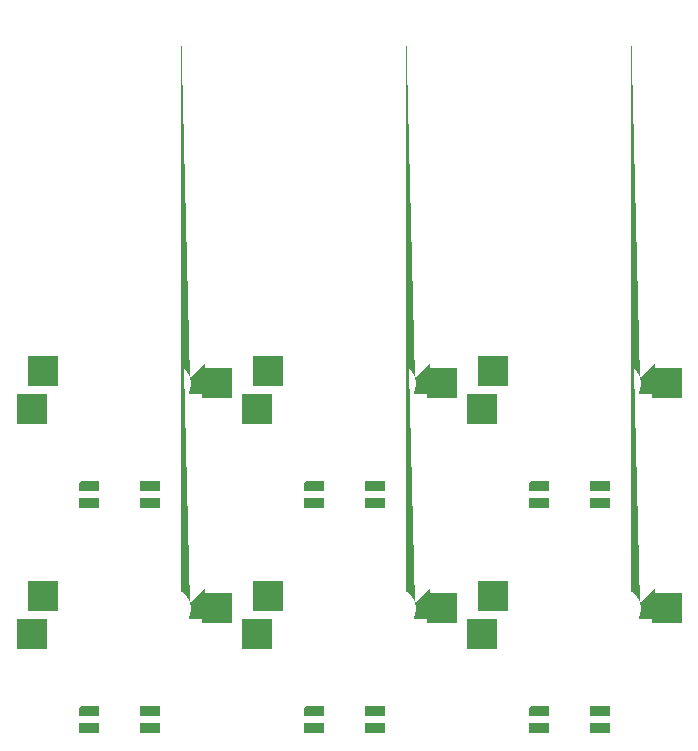
<source format=gbp>
%TF.GenerationSoftware,KiCad,Pcbnew,(6.0.2)*%
%TF.CreationDate,2022-08-23T14:49:27-07:00*%
%TF.ProjectId,minipad,6d696e69-7061-4642-9e6b-696361645f70,rev?*%
%TF.SameCoordinates,Original*%
%TF.FileFunction,Paste,Bot*%
%TF.FilePolarity,Positive*%
%FSLAX46Y46*%
G04 Gerber Fmt 4.6, Leading zero omitted, Abs format (unit mm)*
G04 Created by KiCad (PCBNEW (6.0.2)) date 2022-08-23 14:49:27*
%MOMM*%
%LPD*%
G01*
G04 APERTURE LIST*
G04 Aperture macros list*
%AMOutline5P*
0 Free polygon, 5 corners , with rotation*
0 The origin of the aperture is its center*
0 number of corners: always 5*
0 $1 to $10 corner X, Y*
0 $11 Rotation angle, in degrees counterclockwise*
0 create outline with 5 corners*
4,1,5,$1,$2,$3,$4,$5,$6,$7,$8,$9,$10,$1,$2,$11*%
%AMOutline6P*
0 Free polygon, 6 corners , with rotation*
0 The origin of the aperture is its center*
0 number of corners: always 6*
0 $1 to $12 corner X, Y*
0 $13 Rotation angle, in degrees counterclockwise*
0 create outline with 6 corners*
4,1,6,$1,$2,$3,$4,$5,$6,$7,$8,$9,$10,$11,$12,$1,$2,$13*%
%AMOutline7P*
0 Free polygon, 7 corners , with rotation*
0 The origin of the aperture is its center*
0 number of corners: always 7*
0 $1 to $14 corner X, Y*
0 $15 Rotation angle, in degrees counterclockwise*
0 create outline with 7 corners*
4,1,7,$1,$2,$3,$4,$5,$6,$7,$8,$9,$10,$11,$12,$13,$14,$1,$2,$15*%
%AMOutline8P*
0 Free polygon, 8 corners , with rotation*
0 The origin of the aperture is its center*
0 number of corners: always 8*
0 $1 to $16 corner X, Y*
0 $17 Rotation angle, in degrees counterclockwise*
0 create outline with 8 corners*
4,1,8,$1,$2,$3,$4,$5,$6,$7,$8,$9,$10,$11,$12,$13,$14,$15,$16,$1,$2,$17*%
%AMFreePoly0*
4,1,59,1.190063,1.245106,1.205902,1.245106,1.218716,1.235796,1.233779,1.230902,1.243089,1.218089,1.255902,1.208779,1.260796,1.193716,1.270106,1.180902,1.270106,1.165063,1.275000,1.150000,1.275000,-1.150000,1.270106,-1.165063,1.270106,-1.180902,1.260796,-1.193716,1.255902,-1.208779,1.243089,-1.218089,1.233779,-1.230902,1.218716,-1.235796,1.205902,-1.245106,1.190063,-1.245106,
1.175000,-1.250000,0.001414,-1.250000,-0.023259,-1.254448,-0.078911,-1.227567,-0.108134,-1.173109,-0.099766,-1.111875,-0.092784,-1.104590,-0.011622,-0.902915,0.044080,-0.682843,0.069722,-0.457284,0.064839,-0.230324,0.029519,-0.006077,-0.035597,0.211396,-0.129330,0.418153,-0.249981,0.610449,-0.395365,0.784799,-0.562847,0.938044,-0.741490,1.061927,-0.751326,1.064177,-0.754372,1.067666,
-0.758779,1.069098,-0.774445,1.090661,-0.791970,1.110736,-0.792383,1.115351,-0.795106,1.119098,-0.795106,1.145746,-0.797484,1.172293,-0.795106,1.176269,-0.795106,1.180902,-0.779439,1.202466,-0.765762,1.225335,-0.761502,1.227154,-0.758779,1.230902,-0.733435,1.239137,-0.708922,1.249602,-0.704405,1.248569,-0.700000,1.250000,1.175000,1.250000,1.190063,1.245106,1.190063,1.245106,
$1*%
G04 Aperture macros list end*
%ADD10R,2.550000X2.550000*%
%ADD11FreePoly0,0.000000*%
%ADD12R,2.550000X2.500000*%
%ADD13R,1.700000X0.820000*%
%ADD14Outline5P,-0.850000X0.246000X-0.686000X0.410000X0.850000X0.410000X0.850000X-0.410000X-0.850000X-0.410000X0.000000*%
G04 APERTURE END LIST*
D10*
%TO.C,SW4*%
X214253298Y-145914189D03*
D11*
X211993298Y-145534189D03*
D12*
X198568298Y-148074189D03*
D10*
X199503298Y-144864189D03*
D13*
X208578298Y-156064189D03*
X203378298Y-156064189D03*
X208578298Y-154564189D03*
D14*
X203378298Y-154564189D03*
%TD*%
D10*
%TO.C,SW3*%
X252353330Y-126864173D03*
D11*
X250093330Y-126484173D03*
D12*
X236668330Y-129024173D03*
D10*
X237603330Y-125814173D03*
D13*
X246678330Y-137014173D03*
X241478330Y-137014173D03*
X246678330Y-135514173D03*
D14*
X241478330Y-135514173D03*
%TD*%
D10*
%TO.C,SW2*%
X233303314Y-126864173D03*
D11*
X231043314Y-126484173D03*
D12*
X217618314Y-129024173D03*
D10*
X218553314Y-125814173D03*
D13*
X227628314Y-137014173D03*
X222428314Y-137014173D03*
X227628314Y-135514173D03*
D14*
X222428314Y-135514173D03*
%TD*%
D10*
%TO.C,SW6*%
X252353330Y-145914189D03*
D11*
X250093330Y-145534189D03*
D12*
X236668330Y-148074189D03*
D10*
X237603330Y-144864189D03*
D13*
X246678330Y-156064189D03*
X241478330Y-156064189D03*
X246678330Y-154564189D03*
D14*
X241478330Y-154564189D03*
%TD*%
D10*
%TO.C,SW1*%
X214253298Y-126864173D03*
D11*
X211993298Y-126484173D03*
D12*
X198568298Y-129024173D03*
D10*
X199503298Y-125814173D03*
D13*
X208578298Y-137014173D03*
X203378298Y-137014173D03*
X208578298Y-135514173D03*
D14*
X203378298Y-135514173D03*
%TD*%
D10*
%TO.C,SW5*%
X233303314Y-145914189D03*
D11*
X231043314Y-145534189D03*
D12*
X217618314Y-148074189D03*
D10*
X218553314Y-144864189D03*
D13*
X227628314Y-156064189D03*
X222428314Y-156064189D03*
X227628314Y-154564189D03*
D14*
X222428314Y-154564189D03*
%TD*%
M02*

</source>
